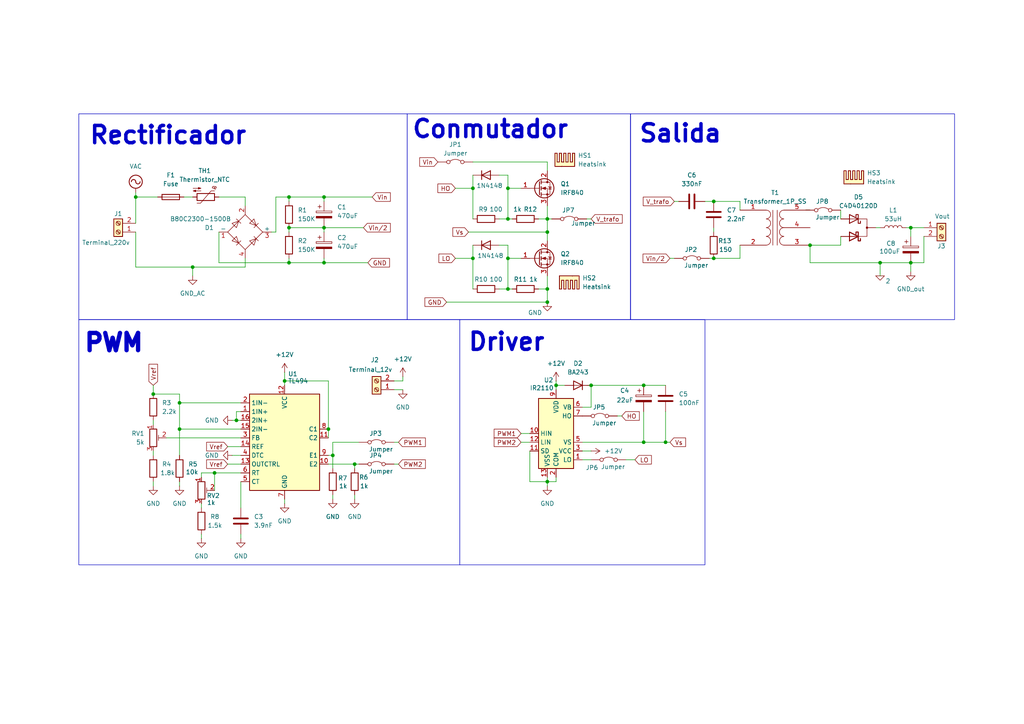
<source format=kicad_sch>
(kicad_sch (version 20231120) (generator "eeschema") (generator_version "8.0")
  (paper "A4")
  (title_block (title "Fuente Conmutada"))
  (lib_symbols
    (symbol "Connector:Screw_Terminal_01x02" (pin_names (offset 1.016) hide)
      (property "Reference" "J" (at 0 2.54 0))
      (property "Value" "Screw_Terminal_01x02" (at 0 -5.08 0))
      (symbol "Screw_Terminal_01x02_1_1"
        (pin passive line (at -5.08 0 0) (length 3.81) (name "Pin_1") (number "1"))
        (pin passive line (at -5.08 -2.54 0) (length 3.81) (name "Pin_2") (number "2"))
      )
    )
    (symbol "Device:C" (pin_numbers hide) (pin_names (offset 0.254))
      (property "Reference" "C" (at 0.635 2.54 0))
      (property "Value" "C" (at 0.635 -2.54 0))
      (symbol "C_1_1"
        (pin passive line (at 0 3.81 270) (length 2.794) (name "~") (number "1"))
        (pin passive line (at 0 -3.81 90) (length 2.794) (name "~") (number "2"))
      )
    )
    (symbol "Device:C_Polarized" (pin_numbers hide) (pin_names (offset 0.254))
      (property "Reference" "C" (at 0.635 2.54 0))
      (property "Value" "C_Polarized" (at 0.635 -2.54 0))
      (symbol "C_Polarized_1_1"
        (pin passive line (at 0 3.81 270) (length 2.794) (name "~") (number "1"))
        (pin passive line (at 0 -3.81 90) (length 2.794) (name "~") (number "2"))
      )
    )
    (symbol "Device:Fuse" (pin_numbers hide) (pin_names (offset 0))
      (property "Reference" "F" (at 2.032 0 90))
      (property "Value" "Fuse" (at -1.905 0 90))
      (symbol "Fuse_1_1"
        (pin passive line (at 0 3.81 270) (length 1.27) (name "~") (number "1"))
        (pin passive line (at 0 -3.81 90) (length 1.27) (name "~") (number "2"))
      )
    )
    (symbol "Device:L" (pin_numbers hide) (pin_names (offset 1.016) hide)
      (property "Reference" "L" (at -1.27 0 90))
      (property "Value" "L" (at 1.905 0 90))
      (symbol "L_1_1"
        (pin passive line (at 0 3.81 270) (length 1.27) (name "1") (number "1"))
        (pin passive line (at 0 -3.81 90) (length 1.27) (name "2") (number "2"))
      )
    )
    (symbol "Device:R" (pin_numbers hide) (pin_names (offset 0))
      (property "Reference" "R" (at 2.032 0 90))
      (property "Value" "R" (at 0 0 90))
      (symbol "R_1_1"
        (pin passive line (at 0 3.81 270) (length 1.27) (name "~") (number "1"))
        (pin passive line (at 0 -3.81 90) (length 1.27) (name "~") (number "2"))
      )
    )
    (symbol "Device:R_Potentiometer_Trim" (pin_names (offset 1.016) hide)
      (property "Reference" "RV" (at -4.445 0 90))
      (property "Value" "R_Potentiometer_Trim" (at -2.54 0 90))
      (symbol "R_Potentiometer_Trim_1_1"
        (pin passive line (at 0 3.81 270) (length 1.27) (name "1") (number "1"))
        (pin passive line (at 3.81 0 180) (length 1.27) (name "2") (number "2"))
        (pin passive line (at 0 -3.81 90) (length 1.27) (name "3") (number "3"))
      )
    )
    (symbol "Device:Thermistor_NTC" (pin_numbers hide) (pin_names (offset 0))
      (property "Reference" "TH" (at -4.445 0 90))
      (property "Value" "Thermistor_NTC" (at 3.175 0 90))
      (symbol "Thermistor_NTC_1_1"
        (pin passive line (at 0 3.81 270) (length 1.27) (name "~") (number "1"))
        (pin passive line (at 0 -3.81 90) (length 1.27) (name "~") (number "2"))
      )
    )
    (symbol "Device:Transformer_1P_SS" (pin_names (offset 1.016) hide)
      (property "Reference" "T" (at 0 6.35 0))
      (property "Value" "Transformer_1P_SS" (at 0 -7.62 0))
      (symbol "Transformer_1P_SS_1_1"
        (pin passive line (at -10.16 5.08 0) (length 7.62) (name "AA") (number "1"))
        (pin passive line (at -10.16 -5.08 0) (length 7.62) (name "AB") (number "2"))
        (pin passive line (at 10.16 -5.08 180) (length 7.62) (name "SA") (number "3"))
        (pin passive line (at 10.16 0 180) (length 7.62) (name "SC") (number "4"))
        (pin passive line (at 10.16 5.08 180) (length 7.62) (name "SB") (number "5"))
      )
    )
    (symbol "Diode:1N4148" (pin_numbers hide) (pin_names hide)
      (property "Reference" "D" (at 0 2.54 0))
      (property "Value" "1N4148" (at 0 -2.54 0))
      (symbol "1N4148_1_1"
        (pin passive line (at -3.81 0 0) (length 2.54) (name "K") (number "1"))
        (pin passive line (at 3.81 0 180) (length 2.54) (name "A") (number "2"))
      )
    )
    (symbol "Diode:BA243" (pin_numbers hide) (pin_names hide)
      (property "Reference" "D" (at 0 2.54 0))
      (property "Value" "BA243" (at 0 -2.54 0))
      (symbol "BA243_1_1"
        (pin passive line (at -3.81 0 0) (length 2.54) (name "K") (number "1"))
        (pin passive line (at 3.81 0 180) (length 2.54) (name "A") (number "2"))
      )
    )
    (symbol "Diode:C4D40120D" (pin_numbers hide) (pin_names (offset 1.016) hide)
      (property "Reference" "D" (at 0 5.08 0))
      (property "Value" "C4D40120D" (at 0 -5.08 0))
      (symbol "C4D40120D_1_1"
        (pin passive line (at -5.08 2.54 0) (length 2.54) (name "A1") (number "1"))
        (pin passive line (at 5.08 0 180) (length 2.54) (name "K") (number "2"))
        (pin passive line (at -5.08 -2.54 0) (length 2.54) (name "A2") (number "3"))
      )
    )
    (symbol "Diode_Bridge:B80C2300-1500B" (pin_names (offset 0))
      (property "Reference" "D" (at 2.54 6.985 0))
      (property "Value" "B80C2300-1500B" (at 2.54 5.08 0))
      (symbol "B80C2300-1500B_1_1"
        (pin passive line (at -7.62 0 0) (length 2.54) (name "-") (number "1"))
        (pin passive line (at 0 7.62 270) (length 2.54) (name "~") (number "2"))
        (pin passive line (at 7.62 0 180) (length 2.54) (name "+") (number "3"))
        (pin passive line (at 0 -7.62 90) (length 2.54) (name "~") (number "4"))
      )
    )
    (symbol "Driver_FET:IR2110"
      (property "Reference" "U" (at 1.27 13.335 0))
      (property "Value" "IR2110" (at 1.27 11.43 0))
      (symbol "IR2110_1_1"
        (pin output line (at 7.62 -7.62 180) (length 2.54) (name "LO") (number "1"))
        (pin input line (at -7.62 0 0) (length 2.54) (name "HIN") (number "10"))
        (pin input line (at -7.62 -5.08 0) (length 2.54) (name "SD") (number "11"))
        (pin input line (at -7.62 -2.54 0) (length 2.54) (name "LIN") (number "12"))
        (pin power_in line (at -2.54 -12.7 90) (length 2.54) (name "VSS") (number "13"))
        (pin no_connect line (at -5.08 2.54 0) (length 2.54) hide (name "NC") (number "14"))
        (pin power_in line (at 0 -12.7 90) (length 2.54) (name "COM") (number "2"))
        (pin power_in line (at 7.62 -5.08 180) (length 2.54) (name "VCC") (number "3"))
        (pin no_connect line (at -5.08 7.62 0) (length 2.54) hide (name "NC") (number "4"))
        (pin passive line (at 7.62 -2.54 180) (length 2.54) (name "VS") (number "5"))
        (pin passive line (at 7.62 7.62 180) (length 2.54) (name "VB") (number "6"))
        (pin output line (at 7.62 5.08 180) (length 2.54) (name "HO") (number "7"))
        (pin no_connect line (at -5.08 5.08 0) (length 2.54) hide (name "NC") (number "8"))
        (pin power_in line (at 0 12.7 270) (length 2.54) (name "VDD") (number "9"))
      )
    )
    (symbol "Jumper:Jumper_2_Bridged" (pin_numbers hide) (pin_names (offset 0) hide) (exclude_from_sim yes)
      (property "Reference" "JP" (at 0 1.905 0))
      (property "Value" "Jumper_2_Bridged" (at 0 -2.54 0))
      (symbol "Jumper_2_Bridged_1_1"
        (pin passive line (at -5.08 0 0) (length 2.54) (name "A") (number "1"))
        (pin passive line (at 5.08 0 180) (length 2.54) (name "B") (number "2"))
      )
    )
    (symbol "Mechanical:Heatsink" (pin_names (offset 1.016)) (exclude_from_sim yes)
      (property "Reference" "HS" (at 0 5.08 0))
      (property "Value" "Heatsink" (at 0 -1.27 0))
    )
    (symbol "Regulator_Controller:TL494"
      (property "Reference" "U" (at 3.81 19.05 0))
      (property "Value" "TL494" (at 3.81 16.51 0))
      (symbol "TL494_1_1"
        (pin input line (at -12.7 10.16 0) (length 2.54) (name "1IN+") (number "1"))
        (pin passive line (at 12.7 -5.08 180) (length 2.54) (name "E2") (number "10"))
        (pin passive line (at 12.7 2.54 180) (length 2.54) (name "C2") (number "11"))
        (pin power_in line (at 0 17.78 270) (length 2.54) (name "VCC") (number "12"))
        (pin input line (at -12.7 -5.08 0) (length 2.54) (name "OUTCTRL") (number "13"))
        (pin power_out line (at -12.7 0 0) (length 2.54) (name "REF") (number "14"))
        (pin input line (at -12.7 5.08 0) (length 2.54) (name "2IN-") (number "15"))
        (pin input line (at -12.7 7.62 0) (length 2.54) (name "2IN+") (number "16"))
        (pin input line (at -12.7 12.7 0) (length 2.54) (name "1IN-") (number "2"))
        (pin output line (at -12.7 2.54 0) (length 2.54) (name "FB") (number "3"))
        (pin input line (at -12.7 -2.54 0) (length 2.54) (name "DTC") (number "4"))
        (pin passive line (at -12.7 -10.16 0) (length 2.54) (name "CT") (number "5"))
        (pin passive line (at -12.7 -7.62 0) (length 2.54) (name "RT") (number "6"))
        (pin power_in line (at 0 -15.24 90) (length 2.54) (name "GND") (number "7"))
        (pin passive line (at 12.7 5.08 180) (length 2.54) (name "C1") (number "8"))
        (pin passive line (at 12.7 -2.54 180) (length 2.54) (name "E1") (number "9"))
      )
    )
    (symbol "Simulation_SPICE:0" (power) (pin_numbers hide) (pin_names (offset 0) hide)
      (property "Value" "0" (at 0 -2.54 0))
      (symbol "0_1_1"
        (pin power_in line (at 0 0 0) (length 0) (name "~") (number "1"))
      )
    )
    (symbol "Transistor_FET:IRF540N" (pin_names hide)
      (property "Reference" "Q" (at 5.08 1.905 0))
      (property "Value" "IRF540N" (at 5.08 0 0))
      (symbol "IRF540N_1_1"
        (pin input line (at -5.08 0 0) (length 2.54) (name "G") (number "1"))
        (pin passive line (at 2.54 5.08 270) (length 2.54) (name "D") (number "2"))
        (pin passive line (at 2.54 -5.08 90) (length 2.54) (name "S") (number "3"))
      )
    )
    (symbol "power:+12V" (power) (pin_numbers hide) (pin_names (offset 0) hide)
      (property "Value" "+12V" (at 0 3.556 0))
      (symbol "+12V_1_1"
        (pin power_in line (at 0 0 90) (length 0) (name "~") (number "1"))
      )
    )
    (symbol "power:GND" (power) (pin_numbers hide) (pin_names (offset 0) hide)
      (property "Value" "GND" (at 0 -3.81 0))
      (symbol "GND_1_1"
        (pin power_in line (at 0 0 270) (length 0) (name "~") (number "1"))
      )
    )
    (symbol "power:VAC" (power) (pin_numbers hide) (pin_names (offset 0) hide)
      (property "Value" "VAC" (at 0 6.35 0))
      (symbol "VAC_1_1"
        (pin power_in line (at 0 0 90) (length 0) (name "~") (number "1"))
      )
    )
  )
  (junction (at 186.69 128.27))
  (junction (at 137.16 54.61))
  (junction (at 102.87 134.62))
  (junction (at 96.52 132.08))
  (junction (at 82.55 110.49))
  (junction (at 158.75 87.63))
  (junction (at 147.32 83.82))
  (junction (at 93.98 76.2))
  (junction (at 93.98 66.04))
  (junction (at 264.16 76.2))
  (junction (at 171.45 111.76))
  (junction (at 137.16 74.93))
  (junction (at 158.75 67.31))
  (junction (at 255.27 76.2))
  (junction (at 55.88 77.47))
  (junction (at 158.75 83.82))
  (junction (at 186.69 111.76))
  (junction (at 68.58 121.92))
  (junction (at 83.82 57.15))
  (junction (at 147.32 63.5))
  (junction (at 39.37 57.15))
  (junction (at 158.75 63.5))
  (junction (at 44.45 114.3))
  (junction (at 83.82 66.04))
  (junction (at 234.95 71.12))
  (junction (at 158.75 139.7))
  (junction (at 161.29 111.76))
  (junction (at 147.32 74.93))
  (junction (at 207.01 74.93))
  (junction (at 93.98 57.15))
  (junction (at 52.07 124.46))
  (junction (at 147.32 54.61))
  (junction (at 52.07 116.84))
  (junction (at 83.82 76.2))
  (junction (at 193.04 128.27))
  (junction (at 95.25 124.46))
  (junction (at 207.01 58.42))
  (junction (at 62.23 137.16))
  (junction (at 264.16 66.04))
  (wire (pts (xy 68.58 121.92) (xy 69.85 121.92)))
  (wire (pts (xy 71.12 57.15) (xy 71.12 59.69)))
  (wire (pts (xy 205.74 74.93) (xy 207.01 74.93)))
  (wire (pts (xy 144.78 50.8) (xy 147.32 50.8)))
  (wire (pts (xy 44.45 130.81) (xy 44.45 132.08)))
  (wire (pts (xy 161.29 111.76) (xy 161.29 113.03)))
  (wire (pts (xy 171.45 118.11) (xy 168.91 118.11)))
  (wire (pts (xy 83.82 57.15) (xy 83.82 58.42)))
  (wire (pts (xy 137.16 74.93) (xy 137.16 83.82)))
  (wire (pts (xy 52.07 124.46) (xy 69.85 124.46)))
  (wire (pts (xy 39.37 77.47) (xy 55.88 77.47)))
  (wire (pts (xy 147.32 83.82) (xy 148.59 83.82)))
  (wire (pts (xy 147.32 74.93) (xy 151.13 74.93)))
  (wire (pts (xy 234.95 60.96) (xy 233.68 60.96)))
  (wire (pts (xy 83.82 74.93) (xy 83.82 76.2)))
  (wire (pts (xy 58.42 154.94) (xy 58.42 156.21)))
  (wire (pts (xy 243.84 71.12) (xy 243.84 68.58)))
  (wire (pts (xy 93.98 76.2) (xy 106.68 76.2)))
  (wire (pts (xy 39.37 55.88) (xy 39.37 57.15)))
  (wire (pts (xy 95.25 134.62) (xy 102.87 134.62)))
  (wire (pts (xy 69.85 154.94) (xy 69.85 156.21)))
  (wire (pts (xy 144.78 71.12) (xy 147.32 71.12)))
  (wire (pts (xy 95.25 124.46) (xy 95.25 127)))
  (wire (pts (xy 69.85 116.84) (xy 52.07 116.84)))
  (wire (pts (xy 158.75 83.82) (xy 158.75 80.01)))
  (wire (pts (xy 55.88 77.47) (xy 71.12 77.47)))
  (wire (pts (xy 147.32 63.5) (xy 148.59 63.5)))
  (wire (pts (xy 158.75 67.31) (xy 158.75 69.85)))
  (wire (pts (xy 161.29 111.76) (xy 163.83 111.76)))
  (wire (pts (xy 214.63 60.96) (xy 214.63 58.42)))
  (wire (pts (xy 153.67 139.7) (xy 158.75 139.7)))
  (wire (pts (xy 147.32 74.93) (xy 147.32 83.82)))
  (wire (pts (xy 186.69 119.38) (xy 186.69 128.27)))
  (wire (pts (xy 234.95 71.12) (xy 243.84 71.12)))
  (wire (pts (xy 214.63 58.42) (xy 207.01 58.42)))
  (wire (pts (xy 66.04 134.62) (xy 69.85 134.62)))
  (wire (pts (xy 195.58 58.42) (xy 196.85 58.42)))
  (wire (pts (xy 161.29 110.49) (xy 161.29 111.76)))
  (wire (pts (xy 93.98 66.04) (xy 93.98 67.31)))
  (wire (pts (xy 151.13 125.73) (xy 153.67 125.73)))
  (wire (pts (xy 48.26 127) (xy 69.85 127)))
  (wire (pts (xy 151.13 128.27) (xy 153.67 128.27)))
  (wire (pts (xy 69.85 139.7) (xy 69.85 147.32)))
  (wire (pts (xy 44.45 111.76) (xy 44.45 114.3)))
  (wire (pts (xy 207.01 66.04) (xy 207.01 67.31)))
  (wire (pts (xy 80.01 57.15) (xy 83.82 57.15)))
  (wire (pts (xy 171.45 111.76) (xy 186.69 111.76)))
  (wire (pts (xy 82.55 110.49) (xy 95.25 110.49)))
  (wire (pts (xy 71.12 77.47) (xy 71.12 74.93)))
  (wire (pts (xy 96.52 143.51) (xy 96.52 144.78)))
  (wire (pts (xy 147.32 71.12) (xy 147.32 74.93)))
  (wire (pts (xy 193.04 128.27) (xy 194.31 128.27)))
  (wire (pts (xy 95.25 110.49) (xy 95.25 124.46)))
  (wire (pts (xy 193.04 128.27) (xy 193.04 119.38)))
  (wire (pts (xy 62.23 137.16) (xy 69.85 137.16)))
  (wire (pts (xy 39.37 77.47) (xy 39.37 67.31)))
  (wire (pts (xy 102.87 143.51) (xy 102.87 144.78)))
  (wire (pts (xy 39.37 57.15) (xy 39.37 64.77)))
  (wire (pts (xy 156.21 63.5) (xy 158.75 63.5)))
  (wire (pts (xy 147.32 54.61) (xy 147.32 63.5)))
  (wire (pts (xy 39.37 57.15) (xy 45.72 57.15)))
  (wire (pts (xy 93.98 76.2) (xy 93.98 74.93)))
  (wire (pts (xy 63.5 76.2) (xy 83.82 76.2)))
  (wire (pts (xy 82.55 144.78) (xy 82.55 146.05)))
  (wire (pts (xy 129.54 87.63) (xy 158.75 87.63)))
  (wire (pts (xy 158.75 138.43) (xy 158.75 139.7)))
  (wire (pts (xy 156.21 83.82) (xy 158.75 83.82)))
  (wire (pts (xy 267.97 68.58) (xy 267.97 76.2)))
  (wire (pts (xy 158.75 139.7) (xy 161.29 139.7)))
  (wire (pts (xy 68.58 119.38) (xy 68.58 121.92)))
  (wire (pts (xy 93.98 57.15) (xy 93.98 58.42)))
  (wire (pts (xy 137.16 54.61) (xy 137.16 63.5)))
  (wire (pts (xy 63.5 67.31) (xy 63.5 76.2)))
  (wire (pts (xy 147.32 63.5) (xy 144.78 63.5)))
  (wire (pts (xy 114.3 134.62) (xy 115.57 134.62)))
  (wire (pts (xy 62.23 137.16) (xy 58.42 137.16)))
  (wire (pts (xy 264.16 66.04) (xy 267.97 66.04)))
  (wire (pts (xy 158.75 83.82) (xy 158.75 87.63)))
  (wire (pts (xy 102.87 134.62) (xy 102.87 135.89)))
  (wire (pts (xy 96.52 132.08) (xy 96.52 135.89)))
  (wire (pts (xy 132.08 54.61) (xy 137.16 54.61)))
  (wire (pts (xy 52.07 114.3) (xy 52.07 116.84)))
  (wire (pts (xy 58.42 137.16) (xy 58.42 138.43)))
  (wire (pts (xy 69.85 119.38) (xy 68.58 119.38)))
  (wire (pts (xy 170.18 63.5) (xy 171.45 63.5)))
  (wire (pts (xy 63.5 57.15) (xy 71.12 57.15)))
  (wire (pts (xy 264.16 76.2) (xy 264.16 78.74)))
  (wire (pts (xy 80.01 67.31) (xy 80.01 57.15)))
  (wire (pts (xy 158.75 63.5) (xy 158.75 67.31)))
  (wire (pts (xy 158.75 139.7) (xy 158.75 140.97)))
  (wire (pts (xy 44.45 139.7) (xy 44.45 140.97)))
  (wire (pts (xy 153.67 130.81) (xy 153.67 139.7)))
  (wire (pts (xy 195.58 74.93) (xy 194.31 74.93)))
  (wire (pts (xy 114.3 110.49) (xy 116.84 110.49)))
  (wire (pts (xy 83.82 57.15) (xy 93.98 57.15)))
  (wire (pts (xy 234.95 71.12) (xy 234.95 76.2)))
  (wire (pts (xy 181.61 133.35) (xy 184.15 133.35)))
  (wire (pts (xy 255.27 76.2) (xy 264.16 76.2)))
  (wire (pts (xy 264.16 66.04) (xy 262.89 66.04)))
  (wire (pts (xy 180.34 120.65) (xy 179.07 120.65)))
  (wire (pts (xy 186.69 128.27) (xy 193.04 128.27)))
  (wire (pts (xy 83.82 66.04) (xy 83.82 67.31)))
  (wire (pts (xy 255.27 66.04) (xy 254 66.04)))
  (wire (pts (xy 44.45 114.3) (xy 52.07 114.3)))
  (wire (pts (xy 147.32 50.8) (xy 147.32 54.61)))
  (wire (pts (xy 243.84 60.96) (xy 243.84 63.5)))
  (wire (pts (xy 55.88 77.47) (xy 55.88 80.01)))
  (wire (pts (xy 83.82 76.2) (xy 93.98 76.2)))
  (wire (pts (xy 161.29 139.7) (xy 161.29 138.43)))
  (wire (pts (xy 186.69 111.76) (xy 193.04 111.76)))
  (wire (pts (xy 158.75 63.5) (xy 160.02 63.5)))
  (wire (pts (xy 93.98 66.04) (xy 83.82 66.04)))
  (wire (pts (xy 264.16 66.04) (xy 264.16 68.58)))
  (wire (pts (xy 168.91 128.27) (xy 186.69 128.27)))
  (wire (pts (xy 67.31 121.92) (xy 68.58 121.92)))
  (wire (pts (xy 96.52 128.27) (xy 104.14 128.27)))
  (wire (pts (xy 147.32 54.61) (xy 151.13 54.61)))
  (wire (pts (xy 137.16 71.12) (xy 137.16 74.93)))
  (wire (pts (xy 158.75 59.69) (xy 158.75 63.5)))
  (wire (pts (xy 107.95 57.15) (xy 93.98 57.15)))
  (wire (pts (xy 255.27 76.2) (xy 255.27 80.01)))
  (wire (pts (xy 171.45 111.76) (xy 171.45 118.11)))
  (wire (pts (xy 95.25 132.08) (xy 96.52 132.08)))
  (wire (pts (xy 82.55 107.95) (xy 82.55 110.49)))
  (wire (pts (xy 114.3 128.27) (xy 115.57 128.27)))
  (wire (pts (xy 147.32 83.82) (xy 144.78 83.82)))
  (wire (pts (xy 96.52 132.08) (xy 96.52 128.27)))
  (wire (pts (xy 116.84 110.49) (xy 116.84 109.22)))
  (wire (pts (xy 52.07 124.46) (xy 52.07 132.08)))
  (wire (pts (xy 44.45 121.92) (xy 44.45 123.19)))
  (wire (pts (xy 132.08 74.93) (xy 137.16 74.93)))
  (wire (pts (xy 67.31 132.08) (xy 69.85 132.08)))
  (wire (pts (xy 234.95 76.2) (xy 255.27 76.2)))
  (wire (pts (xy 62.23 142.24) (xy 62.23 137.16)))
  (wire (pts (xy 267.97 76.2) (xy 264.16 76.2)))
  (wire (pts (xy 137.16 46.99) (xy 158.75 46.99)))
  (wire (pts (xy 82.55 110.49) (xy 82.55 111.76)))
  (wire (pts (xy 170.18 111.76) (xy 171.45 111.76)))
  (wire (pts (xy 58.42 146.05) (xy 58.42 147.32)))
  (wire (pts (xy 214.63 74.93) (xy 207.01 74.93)))
  (wire (pts (xy 158.75 49.53) (xy 158.75 46.99)))
  (wire (pts (xy 52.07 139.7) (xy 52.07 140.97)))
  (wire (pts (xy 93.98 66.04) (xy 105.41 66.04)))
  (wire (pts (xy 52.07 116.84) (xy 52.07 124.46)))
  (wire (pts (xy 168.91 133.35) (xy 171.45 133.35)))
  (wire (pts (xy 207.01 58.42) (xy 204.47 58.42)))
  (wire (pts (xy 114.3 113.03) (xy 116.84 113.03)))
  (wire (pts (xy 53.34 57.15) (xy 55.88 57.15)))
  (wire (pts (xy 66.04 129.54) (xy 69.85 129.54)))
  (wire (pts (xy 214.63 71.12) (xy 214.63 74.93)))
  (wire (pts (xy 102.87 134.62) (xy 104.14 134.62)))
  (wire (pts (xy 135.89 67.31) (xy 158.75 67.31)))
  (wire (pts (xy 168.91 130.81) (xy 171.45 130.81)))
  (wire (pts (xy 137.16 50.8) (xy 137.16 54.61)))
  (wire (pts (xy 78.74 67.31) (xy 80.01 67.31)))
  (rectangle (start 133.35 92.71) (end 204.47 163.83))
  (rectangle (start 118.11 33.02) (end 182.88 92.71))
  (rectangle (start 22.86 92.71) (end 133.35 163.83))
  (rectangle (start 22.86 33.02) (end 118.11 92.71))
  (rectangle (start 182.88 33.02) (end 276.86 92.71))
  (text "Salida" (at 197.358 38.862 0) (effects (font (size 5 5) (bold yes))))
  (text "Rectificador" (at 48.768 39.37 0) (effects (font (size 5 5) (bold yes))))
  (text "Driver " (at 148.844 99.314 0) (effects (font (size 5 5) (thickness 1) (bold yes))))
  (text "Conmutador" (at 142.24 37.592 0) (effects (font (size 5 5) (bold yes))))
  (text "PWM\n" (at 33.02 99.568 0) (effects (font (size 5 5) (thickness 1.6) (bold yes))))
  (global_label "PWM2" (shape input) (at 115.57 134.62 0) (property "Intersheetrefs" "${INTERSHEET_REFS}" (effects (hide yes))))
  (global_label "V_trafo" (shape input) (at 171.45 63.5 0) (property "Intersheetrefs" "${INTERSHEET_REFS}" (effects (hide yes))))
  (global_label "PWM1" (shape input) (at 151.13 125.73 180) (property "Intersheetrefs" "${INTERSHEET_REFS}" (effects (hide yes))))
  (global_label "HO" (shape input) (at 132.08 54.61 180) (property "Intersheetrefs" "${INTERSHEET_REFS}" (effects (hide yes))))
  (global_label "HO" (shape input) (at 180.34 120.65 0) (property "Intersheetrefs" "${INTERSHEET_REFS}" (effects (hide yes))))
  (global_label "Vref" (shape input) (at 66.04 129.54 180) (property "Intersheetrefs" "${INTERSHEET_REFS}" (effects (hide yes))))
  (global_label "LO" (shape input) (at 184.15 133.35 0) (property "Intersheetrefs" "${INTERSHEET_REFS}" (effects (hide yes))))
  (global_label "Vref" (shape input) (at 66.04 134.62 180) (property "Intersheetrefs" "${INTERSHEET_REFS}" (effects (hide yes))))
  (global_label "LO" (shape input) (at 132.08 74.93 180) (property "Intersheetrefs" "${INTERSHEET_REFS}" (effects (hide yes))))
  (global_label "Vs" (shape input) (at 135.89 67.31 180) (property "Intersheetrefs" "${INTERSHEET_REFS}" (effects (hide yes))))
  (global_label "PWM1" (shape input) (at 115.57 128.27 0) (property "Intersheetrefs" "${INTERSHEET_REFS}" (effects (hide yes))))
  (global_label "Vin{slash}2" (shape input) (at 194.31 74.93 180) (property "Intersheetrefs" "${INTERSHEET_REFS}" (effects (hide yes))))
  (global_label "V_trafo" (shape input) (at 195.58 58.42 180) (property "Intersheetrefs" "${INTERSHEET_REFS}" (effects (hide yes))))
  (global_label "Vin" (shape input) (at 107.95 57.15 0) (property "Intersheetrefs" "${INTERSHEET_REFS}" (effects (hide yes))))
  (global_label "Vref" (shape input) (at 44.45 111.76 90) (property "Intersheetrefs" "${INTERSHEET_REFS}" (effects (hide yes))))
  (global_label "PWM2" (shape input) (at 151.13 128.27 180) (property "Intersheetrefs" "${INTERSHEET_REFS}" (effects (hide yes))))
  (global_label "Vin" (shape input) (at 127 46.99 180) (property "Intersheetrefs" "${INTERSHEET_REFS}" (effects (hide yes))))
  (global_label "Vin{slash}2" (shape input) (at 105.41 66.04 0) (property "Intersheetrefs" "${INTERSHEET_REFS}" (effects (hide yes))))
  (global_label "GND" (shape input) (at 106.68 76.2 0) (property "Intersheetrefs" "${INTERSHEET_REFS}" (effects (hide yes))))
  (global_label "GND" (shape input) (at 129.54 87.63 180) (property "Intersheetrefs" "${INTERSHEET_REFS}" (effects (hide yes))))
  (global_label "Vs" (shape input) (at 194.31 128.27 0) (property "Intersheetrefs" "${INTERSHEET_REFS}" (effects (hide yes))))
  (symbol (lib_id "Device:R_Potentiometer_Trim") (at 44.45 127 0) (unit 1)
    (property "Reference" "RV1" (at 41.91 125.7299 0) (effects (justify right)))
    (property "Value" "5k" (at 41.91 128.2699 0) (effects (justify right)))
    (property "Footprint" "Potentiometer_THT:Potentiometer_ACP_CA9-H2,5_Horizontal" (effects (hide yes)))
    (property "Description" "Trim-potentiometer" (effects (hide yes)))
  )
  (symbol (lib_id "Mechanical:Heatsink") (at 165.1 80.01 180) (unit 1) (exclude_from_sim yes)
    (property "Reference" "HS2" (at 168.91 80.6449 0) (effects (justify right)))
    (property "Value" "Heatsink" (at 168.91 83.1849 0) (effects (justify right)))
    (property "Footprint" "Heatsink:Heatsink_Stonecold_HS-S02_13.21x9.53mm" (effects (hide yes)))
    (property "Description" "Heatsink" (effects (hide yes)))
  )
  (symbol (lib_id "Device:R") (at 102.87 139.7 0) (unit 1)
    (property "Reference" "R6" (at 104.14 138.4299 0) (effects (justify left)))
    (property "Value" "1k" (at 104.394 140.97 0) (effects (justify left)))
    (property "Footprint" "Resistor_THT:R_Axial_DIN0207_L6.3mm_D2.5mm_P10.16mm_Horizontal" (effects (hide yes)))
    (property "Description" "Resistor" (effects (hide yes)))
  )
  (symbol (lib_id "Device:Thermistor_NTC") (at 59.69 57.15 270) (unit 1)
    (property "Reference" "TH1" (at 59.3725 49.53 90))
    (property "Value" "Thermistor_NTC" (at 59.3725 52.07 90))
    (property "Footprint" "Resistor_THT:R_Axial_DIN0207_L6.3mm_D2.5mm_P7.62mm_Horizontal" (effects (hide yes)))
    (property "Description" "Temperature dependent resistor, negative temperature coefficient" (effects (hide yes)))
  )
  (symbol (lib_id "Mechanical:Heatsink") (at 247.65 53.34 0) (unit 1) (exclude_from_sim yes)
    (property "Reference" "HS3" (at 251.46 50.1649 0) (effects (justify left)))
    (property "Value" "Heatsink" (at 251.46 52.7049 0) (effects (justify left)))
    (property "Footprint" "Heatsink:Heatsink_Stonecold_HS-S02_13.21x9.53mm" (effects (hide yes)))
    (property "Description" "Heatsink" (effects (hide yes)))
  )
  (symbol (lib_id "Transistor_FET:IRF540N") (at 156.21 74.93 0) (unit 1) (exclude_from_sim yes)
    (property "Reference" "Q2" (at 162.56 73.6599 0) (effects (justify left)))
    (property "Value" "IRF840" (at 162.56 76.1999 0) (effects (justify left)))
    (property "Footprint" "Package_TO_SOT_THT:TO-220-3_Vertical" (effects (hide yes)))
    (property "Datasheet" "http://www.irf.com/product-info/datasheets/data/irf540n.pdf" (effects (hide yes)))
    (property "Description" "33A Id, 100V Vds, HEXFET N-Channel MOSFET, TO-220" (effects (hide yes)))
  )
  (symbol (lib_id "Diode:1N4148") (at 140.97 71.12 0) (unit 1)
    (property "Reference" "D4" (effects (hide yes)))
    (property "Value" "1N4148" (at 142.24 74.168 0))
    (property "Footprint" "Diode_THT:D_DO-35_SOD27_P7.62mm_Horizontal" (effects (hide yes)))
    (property "Datasheet" "https://assets.nexperia.com/documents/data-sheet/1N4148_1N4448.pdf" (effects (hide yes)))
    (property "Description" "100V 0.15A standard switching diode, DO-35" (effects (hide yes)))
    (property "Sim.Device" "D" (effects (hide yes)))
    (property "Sim.Pins" "1=K 2=A" (effects (hide yes)))
  )
  (symbol (lib_id "Device:C") (at 207.01 62.23 0) (unit 1)
    (property "Reference" "C7" (at 210.82 60.9599 0) (effects (justify left)))
    (property "Value" "2.2nF" (at 210.82 63.4999 0) (effects (justify left)))
    (property "Footprint" "Capacitor_THT:C_Disc_D5.0mm_W2.5mm_P5.00mm" (effects (hide yes)))
    (property "Description" "Unpolarized capacitor" (effects (hide yes)))
  )
  (symbol (lib_id "power:GND") (at 69.85 156.21 0) (unit 1)
    (property "Reference" "#PWR012" (effects (hide yes)))
    (property "Value" "GND" (at 69.85 161.29 0))
    (property "Description" "Power symbol creates a global label with name \"GND\" , ground" (effects (hide yes)))
  )
  (symbol (lib_id "Jumper:Jumper_2_Bridged") (at 200.66 74.93 0) (unit 1)
    (property "Reference" "JP2" (at 200.406 72.39 0))
    (property "Value" "Jumper" (at 201.93 76.962 0))
    (property "Footprint" "Connector_PinHeader_2.54mm:PinHeader_1x02_P2.54mm_Vertical" (effects (hide yes)))
    (property "Description" "Jumper, 2-pole, closed/bridged" (effects (hide yes)))
  )
  (symbol (lib_id "Device:C_Polarized") (at 264.16 72.39 0) (unit 1)
    (property "Reference" "C8" (at 257.048 70.612 0) (effects (justify left)))
    (property "Value" "100uF" (at 255.016 72.898 0) (effects (justify left)))
    (property "Footprint" "Capacitor_THT:CP_Radial_D10.0mm_P5.00mm" (effects (hide yes)))
    (property "Description" "Polarized capacitor" (effects (hide yes)))
  )
  (symbol (lib_id "Device:R") (at 140.97 83.82 90) (unit 1)
    (property "Reference" "R10" (at 141.478 81.026 90) (effects (justify left)))
    (property "Value" "100" (at 145.796 81.026 90) (effects (justify left)))
    (property "Footprint" "Resistor_THT:R_Axial_DIN0207_L6.3mm_D2.5mm_P10.16mm_Horizontal" (effects (hide yes)))
    (property "Description" "Resistor" (effects (hide yes)))
  )
  (symbol (lib_id "Device:R") (at 44.45 135.89 0) (unit 1)
    (property "Reference" "R4" (at 46.99 134.6199 0) (effects (justify left)))
    (property "Value" "1.8k" (at 46.482 137.16 0) (effects (justify left)))
    (property "Footprint" "Resistor_THT:R_Axial_DIN0207_L6.3mm_D2.5mm_P10.16mm_Horizontal" (effects (hide yes)))
    (property "Description" "Resistor" (effects (hide yes)))
  )
  (symbol (lib_id "power:GND") (at 96.52 144.78 0) (unit 1)
    (property "Reference" "#PWR010" (effects (hide yes)))
    (property "Value" "GND" (at 96.52 149.86 0))
    (property "Description" "Power symbol creates a global label with name \"GND\" , ground" (effects (hide yes)))
  )
  (symbol (lib_id "Device:R") (at 207.01 71.12 0) (unit 1)
    (property "Reference" "R13" (at 208.28 69.8499 0) (effects (justify left)))
    (property "Value" "150" (at 208.534 72.39 0) (effects (justify left)))
    (property "Footprint" "Resistor_THT:R_Axial_DIN0207_L6.3mm_D2.5mm_P10.16mm_Horizontal" (effects (hide yes)))
    (property "Description" "Resistor" (effects (hide yes)))
  )
  (symbol (lib_id "Regulator_Controller:TL494") (at 82.55 129.54 0) (unit 1)
    (property "Reference" "U1" (at 83.566 108.458 0) (effects (justify left)))
    (property "Value" "TL494" (at 83.566 110.49 0) (effects (justify left)))
    (property "Footprint" "Package_DIP:DIP-16_W7.62mm" (effects (hide yes)))
    (property "Datasheet" "http://www.ti.com/lit/ds/symlink/tl494.pdf" (effects (hide yes)))
    (property "Description" "Pulse-Width-Modulation Control Circuits, PDIP-16/SOIC-16/TSSOP-16" (effects (hide yes)))
  )
  (symbol (lib_id "power:GND") (at 52.07 140.97 0) (unit 1)
    (property "Reference" "#PWR06" (effects (hide yes)))
    (property "Value" "GND" (at 52.07 146.05 0))
    (property "Description" "Power symbol creates a global label with name \"GND\" , ground" (effects (hide yes)))
  )
  (symbol (lib_id "Connector:Screw_Terminal_01x02") (at 109.22 113.03 180) (unit 1)
    (property "Reference" "J2" (at 108.712 104.394 0))
    (property "Value" "Terminal_12v" (at 107.442 107.188 0))
    (property "Footprint" "TerminalBlock:TerminalBlock_Altech_AK300-2_P5.00mm" (effects (hide yes)))
    (property "Description" "Generic screw terminal, single row, 01x02, script generated (kicad-library-utils/schlib/autogen/connector/)" (effects (hide yes)))
  )
  (symbol (lib_id "power:+12V") (at 82.55 107.95 0) (unit 1)
    (property "Reference" "#PWR03" (effects (hide yes)))
    (property "Value" "+12V" (at 82.55 102.87 0))
    (property "Description" "Power symbol creates a global label with name \"+12V\"" (effects (hide yes)))
  )
  (symbol (lib_id "Mechanical:Heatsink") (at 163.83 48.26 0) (unit 1) (exclude_from_sim yes)
    (property "Reference" "HS1" (at 167.64 45.0849 0) (effects (justify left)))
    (property "Value" "Heatsink" (at 167.64 47.6249 0) (effects (justify left)))
    (property "Footprint" "Heatsink:Heatsink_Stonecold_HS-S02_13.21x9.53mm" (effects (hide yes)))
    (property "Description" "Heatsink" (effects (hide yes)))
  )
  (symbol (lib_id "Device:C") (at 69.85 151.13 0) (unit 1)
    (property "Reference" "C3" (at 73.66 149.8599 0) (effects (justify left)))
    (property "Value" "3.9nF" (at 73.66 152.3999 0) (effects (justify left)))
    (property "Footprint" "Capacitor_THT:C_Disc_D5.0mm_W2.5mm_P5.00mm" (effects (hide yes)))
    (property "Description" "Unpolarized capacitor" (effects (hide yes)))
  )
  (symbol (lib_id "Connector:Screw_Terminal_01x02") (at 273.05 66.04 0) (unit 1)
    (property "Reference" "J3" (at 273.05 71.374 0))
    (property "Value" "Vout" (at 273.304 62.738 0))
    (property "Footprint" "TerminalBlock:TerminalBlock_Altech_AK300-2_P5.00mm" (effects (hide yes)))
    (property "Description" "Generic screw terminal, single row, 01x02, script generated (kicad-library-utils/schlib/autogen/connector/)" (effects (hide yes)))
  )
  (symbol (lib_id "Device:C_Polarized") (at 186.69 115.57 0) (unit 1)
    (property "Reference" "C4" (at 179.832 113.284 0) (effects (justify left)))
    (property "Value" "22uF" (at 178.816 116.078 0) (effects (justify left)))
    (property "Footprint" "Capacitor_THT:CP_Radial_D5.0mm_P2.00mm" (effects (hide yes)))
    (property "Description" "Polarized capacitor" (effects (hide yes)))
  )
  (symbol (lib_id "Device:C") (at 193.04 115.57 0) (unit 1)
    (property "Reference" "C5" (at 196.85 114.2999 0) (effects (justify left)))
    (property "Value" "100nF" (at 196.85 116.8399 0) (effects (justify left)))
    (property "Footprint" "Capacitor_THT:C_Disc_D5.0mm_W2.5mm_P5.00mm" (effects (hide yes)))
    (property "Description" "Unpolarized capacitor" (effects (hide yes)))
  )
  (symbol (lib_id "power:GND") (at 55.88 80.01 0) (unit 1)
    (property "Reference" "#PWR018" (effects (hide yes)))
    (property "Value" "GND_AC" (at 55.88 85.09 0))
    (property "Description" "Power symbol creates a global label with name \"GND\" , ground" (effects (hide yes)))
  )
  (symbol (lib_id "Jumper:Jumper_2_Bridged") (at 132.08 46.99 0) (unit 1)
    (property "Reference" "JP1" (at 132.08 41.91 0))
    (property "Value" "Jumper" (at 132.08 44.45 0))
    (property "Footprint" "Connector_PinHeader_2.54mm:PinHeader_1x02_P2.54mm_Vertical" (effects (hide yes)))
    (property "Description" "Jumper, 2-pole, closed/bridged" (effects (hide yes)))
  )
  (symbol (lib_id "Device:Transformer_1P_SS") (at 224.79 66.04 0) (unit 1)
    (property "Reference" "T1" (at 224.8027 55.88 0))
    (property "Value" "Transformer_1P_SS" (at 224.8027 58.42 0))
    (property "Footprint" "TransformerLib:Ferrite_Core_Trans" (effects (hide yes)))
    (property "Description" "Transformer, single primary, split secondary" (effects (hide yes)))
  )
  (symbol (lib_id "power:GND") (at 264.16 78.74 0) (unit 1)
    (property "Reference" "#PWR019" (effects (hide yes)))
    (property "Value" "GND_out" (at 264.16 83.82 0))
    (property "Description" "Power symbol creates a global label with name \"GND\" , ground" (effects (hide yes)))
  )
  (symbol (lib_id "power:+12V") (at 161.29 110.49 0) (unit 1)
    (property "Reference" "#PWR013" (effects (hide yes)))
    (property "Value" "+12V" (at 161.29 105.41 0))
    (property "Description" "Power symbol creates a global label with name \"+12V\"" (effects (hide yes)))
  )
  (symbol (lib_id "Device:R") (at 83.82 62.23 0) (unit 1)
    (property "Reference" "R1" (at 86.36 60.9599 0) (effects (justify left)))
    (property "Value" "150K" (at 86.36 63.4999 0) (effects (justify left)))
    (property "Footprint" "Resistor_THT:R_Axial_DIN0207_L6.3mm_D2.5mm_P10.16mm_Horizontal" (effects (hide yes)))
    (property "Description" "Resistor" (effects (hide yes)))
  )
  (symbol (lib_id "Device:R") (at 96.52 139.7 0) (unit 1)
    (property "Reference" "R7" (at 98.044 138.684 0) (effects (justify left)))
    (property "Value" "1k" (at 98.298 140.97 0) (effects (justify left)))
    (property "Footprint" "Resistor_THT:R_Axial_DIN0207_L6.3mm_D2.5mm_P10.16mm_Horizontal" (effects (hide yes)))
    (property "Description" "Resistor" (effects (hide yes)))
  )
  (symbol (lib_id "Transistor_FET:IRF540N") (at 156.21 54.61 0) (unit 1) (exclude_from_sim yes)
    (property "Reference" "Q1" (at 162.56 53.3399 0) (effects (justify left)))
    (property "Value" "IRF840" (at 162.56 55.8799 0) (effects (justify left)))
    (property "Footprint" "Package_TO_SOT_THT:TO-220-3_Vertical" (effects (hide yes)))
    (property "Datasheet" "http://www.irf.com/product-info/datasheets/data/irf540n.pdf" (effects (hide yes)))
    (property "Description" "33A Id, 100V Vds, HEXFET N-Channel MOSFET, TO-220" (effects (hide yes)))
  )
  (symbol (lib_id "Device:R") (at 83.82 71.12 0) (unit 1)
    (property "Reference" "R2" (at 86.36 69.8499 0) (effects (justify left)))
    (property "Value" "150K" (at 86.36 72.3899 0) (effects (justify left)))
    (property "Footprint" "Resistor_THT:R_Axial_DIN0207_L6.3mm_D2.5mm_P10.16mm_Horizontal" (effects (hide yes)))
    (property "Description" "Resistor" (effects (hide yes)))
  )
  (symbol (lib_id "Driver_FET:IR2110") (at 161.29 125.73 0) (unit 1)
    (property "Reference" "U2" (at 157.734 110.236 0) (effects (justify left)))
    (property "Value" "IR2110" (at 153.67 112.522 0) (effects (justify left)))
    (property "Footprint" "Package_DIP:DIP-14_W7.62mm" (effects (hide yes)))
    (property "Datasheet" "https://www.infineon.com/dgdl/ir2110.pdf?fileId=5546d462533600a4015355c80333167e" (effects (hide yes)))
    (property "Description" "High and Low Side Driver, 500V, 2.0/2.0A, PDIP-14" (effects (hide yes)))
  )
  (symbol (lib_id "power:GND") (at 116.84 113.03 0) (unit 1)
    (property "Reference" "#PWR02" (effects (hide yes)))
    (property "Value" "GND" (at 116.84 118.11 0))
    (property "Description" "Power symbol creates a global label with name \"GND\" , ground" (effects (hide yes)))
  )
  (symbol (lib_id "power:+12V") (at 116.84 109.22 0) (unit 1)
    (property "Reference" "#PWR01" (effects (hide yes)))
    (property "Value" "+12V" (at 116.84 104.14 0))
    (property "Description" "Power symbol creates a global label with name \"+12V\"" (effects (hide yes)))
  )
  (symbol (lib_id "Device:L") (at 259.08 66.04 90) (unit 1)
    (property "Reference" "L1" (at 259.08 60.96 90))
    (property "Value" "53uH" (at 259.08 63.5 90))
    (property "Footprint" "Inductor_THT:L_Toroid_Vertical_L22.4mm_W10.2mm_P7.90mm_Vishay_TJ4" (effects (hide yes)))
    (property "Description" "Inductor" (effects (hide yes)))
  )
  (symbol (lib_id "Jumper:Jumper_2_Bridged") (at 238.76 60.96 0) (unit 1)
    (property "Reference" "JP8" (at 238.506 58.42 0))
    (property "Value" "Jumper" (at 240.03 62.992 0))
    (property "Footprint" "Connector_PinHeader_2.54mm:PinHeader_1x02_P2.54mm_Vertical" (effects (hide yes)))
    (property "Description" "Jumper, 2-pole, closed/bridged" (effects (hide yes)))
  )
  (symbol (lib_id "Diode_Bridge:B80C2300-1500B") (at 71.12 67.31 0) (unit 1)
    (property "Reference" "D1" (at 60.706 66.04 0))
    (property "Value" "B80C2300-1500B" (at 58.166 63.5 0))
    (property "Footprint" "Diode_THT:Diode_Bridge_Vishay_KBPM" (effects (hide yes)))
    (property "Datasheet" "https://diotec.com/tl_files/diotec/files/pdf/datasheets/b40c2300.pdf" (effects (hide yes)))
    (property "Description" "Silicon Bridge Rectifier, 80V Vrms, 1.5A If, pins=-A+A, SIL-package" (effects (hide yes)))
  )
  (symbol (lib_id "Device:Fuse") (at 49.53 57.15 270) (unit 1)
    (property "Reference" "F1" (at 49.53 50.8 90))
    (property "Value" "Fuse" (at 49.53 53.34 90))
    (property "Footprint" "Fuse:Fuseholder_Cylinder-5x20mm_Stelvio-Kontek_PTF78_Horizontal_Open" (effects (hide yes)))
    (property "Description" "Fuse" (effects (hide yes)))
  )
  (symbol (lib_id "power:GND") (at 67.31 132.08 270) (unit 1)
    (property "Reference" "#PWR08" (effects (hide yes)))
    (property "Value" "GND" (at 63.5 132.0799 90) (effects (justify right)))
    (property "Description" "Power symbol creates a global label with name \"GND\" , ground" (effects (hide yes)))
  )
  (symbol (lib_id "Device:R") (at 44.45 118.11 0) (unit 1)
    (property "Reference" "R3" (at 46.99 116.8399 0) (effects (justify left)))
    (property "Value" "2.2k" (at 46.99 119.3799 0) (effects (justify left)))
    (property "Footprint" "Resistor_THT:R_Axial_DIN0207_L6.3mm_D2.5mm_P10.16mm_Horizontal" (effects (hide yes)))
    (property "Description" "Resistor" (effects (hide yes)))
  )
  (symbol (lib_id "Device:R") (at 152.4 83.82 90) (unit 1)
    (property "Reference" "R11" (at 152.908 81.026 90) (effects (justify left)))
    (property "Value" "1k" (at 155.956 81.026 90) (effects (justify left)))
    (property "Footprint" "Resistor_THT:R_Axial_DIN0207_L6.3mm_D2.5mm_P10.16mm_Horizontal" (effects (hide yes)))
    (property "Description" "Resistor" (effects (hide yes)))
  )
  (symbol (lib_id "Device:R_Potentiometer_Trim") (at 58.42 142.24 0) (unit 1)
    (property "Reference" "RV2" (at 63.754 143.764 0) (effects (justify right)))
    (property "Value" "1k" (at 62.484 145.796 0) (effects (justify right)))
    (property "Footprint" "Potentiometer_THT:Potentiometer_ACP_CA9-H2,5_Horizontal" (effects (hide yes)))
    (property "Description" "Trim-potentiometer" (effects (hide yes)))
  )
  (symbol (lib_id "Device:C") (at 200.66 58.42 270) (unit 1)
    (property "Reference" "C6" (at 200.66 50.8 90))
    (property "Value" "330nF" (at 200.66 53.34 90))
    (property "Footprint" "Capacitor_THT:C_Disc_D5.0mm_W2.5mm_P5.00mm" (effects (hide yes)))
    (property "Description" "Unpolarized capacitor" (effects (hide yes)))
  )
  (symbol (lib_id "Connector:Screw_Terminal_01x02") (at 34.29 67.31 180) (unit 1)
    (property "Reference" "J1" (at 34.29 61.976 0))
    (property "Value" "Terminal_220v" (at 30.734 70.358 0))
    (property "Footprint" "TerminalBlock:TerminalBlock_Altech_AK300-2_P5.00mm" (effects (hide yes)))
    (property "Description" "Generic screw terminal, single row, 01x02, script generated (kicad-library-utils/schlib/autogen/connector/)" (effects (hide yes)))
  )
  (symbol (lib_id "Diode:BA243") (at 167.64 111.76 180) (unit 1)
    (property "Reference" "D2" (at 167.64 105.41 0))
    (property "Value" "BA243" (at 167.64 107.95 0))
    (property "Footprint" "Diode_THT:D_DO-35_SOD27_P7.62mm_Horizontal" (effects (hide yes)))
    (property "Datasheet" "http://cdn-reichelt.de/documents/datenblatt/A400/BA243_TFK.pdf" (effects (hide yes)))
    (property "Description" "20V 0.1A silicon planar diode for VHF tuner band selection, DO-35" (effects (hide yes)))
    (property "Sim.Device" "D" (effects (hide yes)))
    (property "Sim.Pins" "1=K 2=A" (effects (hide yes)))
  )
  (symbol (lib_id "Jumper:Jumper_2_Bridged") (at 165.1 63.5 0) (unit 1)
    (property "Reference" "JP7" (at 164.846 60.96 0))
    (property "Value" "Jumper" (at 169.164 64.77 0))
    (property "Footprint" "Connector_PinHeader_2.54mm:PinHeader_1x02_P2.54mm_Vertical" (effects (hide yes)))
    (property "Description" "Jumper, 2-pole, closed/bridged" (effects (hide yes)))
  )
  (symbol (lib_id "Jumper:Jumper_2_Bridged") (at 109.22 128.27 0) (unit 1)
    (property "Reference" "JP3" (at 108.966 125.73 0))
    (property "Value" "Jumper" (at 110.49 130.302 0))
    (property "Footprint" "Connector_PinHeader_2.54mm:PinHeader_1x02_P2.54mm_Vertical" (effects (hide yes)))
    (property "Description" "Jumper, 2-pole, closed/bridged" (effects (hide yes)))
  )
  (symbol (lib_id "Device:C_Polarized") (at 93.98 62.23 0) (unit 1)
    (property "Reference" "C1" (at 97.79 60.0709 0) (effects (justify left)))
    (property "Value" "470uF" (at 97.79 62.6109 0) (effects (justify left)))
    (property "Footprint" "Capacitor_THT:CP_Radial_D17.0mm_P7.50mm" (effects (hide yes)))
    (property "Description" "Polarized capacitor" (effects (hide yes)))
  )
  (symbol (lib_id "power:VAC") (at 39.37 55.88 0) (unit 1)
    (property "Reference" "#PWR017" (effects (hide yes)))
    (property "Value" "VAC" (at 39.37 48.26 0))
    (property "Description" "Power symbol creates a global label with name \"VAC\"" (effects (hide yes)))
  )
  (symbol (lib_id "power:GND") (at 58.42 156.21 0) (unit 1)
    (property "Reference" "#PWR011" (effects (hide yes)))
    (property "Value" "GND" (at 58.42 161.29 0))
    (property "Description" "Power symbol creates a global label with name \"GND\" , ground" (effects (hide yes)))
  )
  (symbol (lib_id "Simulation_SPICE:0") (at 255.27 80.01 0) (unit 1)
    (property "Reference" "#GND03" (effects (hide yes)))
    (property "Value" "2" (at 257.556 81.534 0))
    (property "Datasheet" "https://ngspice.sourceforge.io/docs/ngspice-html-manual/manual.xhtml#subsec_Circuit_elements__device" (effects (hide yes)))
    (property "Description" "0V reference potential for simulation" (effects (hide yes)))
  )
  (symbol (lib_id "Device:R") (at 58.42 151.13 0) (unit 1)
    (property "Reference" "R8" (at 60.96 149.8599 0) (effects (justify left)))
    (property "Value" "1.5k" (at 60.198 152.4 0) (effects (justify left)))
    (property "Footprint" "Resistor_THT:R_Axial_DIN0207_L6.3mm_D2.5mm_P10.16mm_Horizontal" (effects (hide yes)))
    (property "Description" "Resistor" (effects (hide yes)))
  )
  (symbol (lib_id "Jumper:Jumper_2_Bridged") (at 109.22 134.62 0) (unit 1)
    (property "Reference" "JP4" (at 108.966 132.08 0))
    (property "Value" "Jumper" (at 110.49 136.652 0))
    (property "Footprint" "Connector_PinHeader_2.54mm:PinHeader_1x02_P2.54mm_Vertical" (effects (hide yes)))
    (property "Description" "Jumper, 2-pole, closed/bridged" (effects (hide yes)))
  )
  (symbol (lib_id "power:+12V") (at 171.45 130.81 270) (unit 1)
    (property "Reference" "#PWR015" (effects (hide yes)))
    (property "Value" "+12V" (at 175.26 130.8099 90) (effects (justify left)))
    (property "Description" "Power symbol creates a global label with name \"+12V\"" (effects (hide yes)))
  )
  (symbol (lib_id "Device:R") (at 140.97 63.5 90) (unit 1)
    (property "Reference" "R9" (at 141.478 60.706 90) (effects (justify left)))
    (property "Value" "100" (at 145.796 60.706 90) (effects (justify left)))
    (property "Footprint" "Resistor_THT:R_Axial_DIN0207_L6.3mm_D2.5mm_P10.16mm_Horizontal" (effects (hide yes)))
    (property "Description" "Resistor" (effects (hide yes)))
  )
  (symbol (lib_id "Device:C_Polarized") (at 93.98 71.12 0) (unit 1)
    (property "Reference" "C2" (at 97.79 68.9609 0) (effects (justify left)))
    (property "Value" "470uF" (at 97.79 71.5009 0) (effects (justify left)))
    (property "Footprint" "Capacitor_THT:CP_Radial_D17.0mm_P7.50mm" (effects (hide yes)))
    (property "Description" "Polarized capacitor" (effects (hide yes)))
  )
  (symbol (lib_id "power:GND") (at 158.75 87.63 0) (unit 1)
    (property "Reference" "#PWR016" (effects (hide yes)))
    (property "Value" "GND" (at 155.194 90.678 0))
    (property "Description" "Power symbol creates a global label with name \"GND\" , ground" (effects (hide yes)))
  )
  (symbol (lib_id "power:GND") (at 102.87 144.78 0) (unit 1)
    (property "Reference" "#PWR09" (effects (hide yes)))
    (property "Value" "GND" (at 102.87 149.86 0))
    (property "Description" "Power symbol creates a global label with name \"GND\" , ground" (effects (hide yes)))
  )
  (symbol (lib_id "Device:R") (at 152.4 63.5 270) (mirror x) (unit 1)
    (property "Reference" "R12" (at 151.892 60.706 90) (effects (justify left)))
    (property "Value" "1k" (at 148.844 60.706 90) (effects (justify left)))
    (property "Footprint" "Resistor_THT:R_Axial_DIN0207_L6.3mm_D2.5mm_P10.16mm_Horizontal" (effects (hide yes)))
    (property "Description" "Resistor" (effects (hide yes)))
  )
  (symbol (lib_id "Device:R") (at 52.07 135.89 0) (unit 1)
    (property "Reference" "R5" (at 54.61 134.6199 0) (effects (justify left)))
    (property "Value" "10k" (at 53.848 136.906 0) (effects (justify left)))
    (property "Footprint" "Resistor_THT:R_Axial_DIN0207_L6.3mm_D2.5mm_P10.16mm_Horizontal" (effects (hide yes)))
    (property "Description" "Resistor" (effects (hide yes)))
  )
  (symbol (lib_id "Jumper:Jumper_2_Bridged") (at 173.99 120.65 0) (unit 1)
    (property "Reference" "JP5" (at 173.736 118.11 0))
    (property "Value" "Jumper" (at 175.26 122.682 0))
    (property "Footprint" "Connector_PinHeader_2.54mm:PinHeader_1x02_P2.54mm_Vertical" (effects (hide yes)))
    (property "Description" "Jumper, 2-pole, closed/bridged" (effects (hide yes)))
  )
  (symbol (lib_id "power:GND") (at 158.75 140.97 0) (unit 1)
    (property "Reference" "#PWR014" (effects (hide yes)))
    (property "Value" "GND" (at 158.75 146.05 0))
    (property "Description" "Power symbol creates a global label with name \"GND\" , ground" (effects (hide yes)))
  )
  (symbol (lib_id "Diode:C4D40120D") (at 248.92 66.04 0) (unit 1)
    (property "Reference" "D5" (at 248.9835 57.15 0))
    (property "Value" "C4D40120D" (at 248.9835 59.69 0))
    (property "Footprint" "Package_TO_SOT_THT:TO-220-3_Vertical" (effects (hide yes)))
    (property "Datasheet" "https://www.wolfspeed.com/media/downloads/109/C4D40120D.pdf" (effects (hide yes)))
    (property "Description" "1200V, 40A, SiC Schottky Diode, TO-247-3" (effects (hide yes)))
  )
  (symbol (lib_id "Diode:1N4148") (at 140.97 50.8 0) (unit 1)
    (property "Reference" "D3" (effects (hide yes)))
    (property "Value" "1N4148" (at 141.986 53.848 0))
    (property "Footprint" "Diode_THT:D_DO-35_SOD27_P7.62mm_Horizontal" (effects (hide yes)))
    (property "Datasheet" "https://assets.nexperia.com/documents/data-sheet/1N4148_1N4448.pdf" (effects (hide yes)))
    (property "Description" "100V 0.15A standard switching diode, DO-35" (effects (hide yes)))
    (property "Sim.Device" "D" (effects (hide yes)))
    (property "Sim.Pins" "1=K 2=A" (effects (hide yes)))
  )
  (symbol (lib_id "power:GND") (at 67.31 121.92 270) (unit 1)
    (property "Reference" "#PWR07" (effects (hide yes)))
    (property "Value" "GND" (at 63.5 121.9199 90) (effects (justify right)))
    (property "Description" "Power symbol creates a global label with name \"GND\" , ground" (effects (hide yes)))
  )
  (symbol (lib_id "power:GND") (at 82.55 146.05 0) (unit 1)
    (property "Reference" "#PWR04" (effects (hide yes)))
    (property "Value" "GND" (at 82.55 151.13 0))
    (property "Description" "Power symbol creates a global label with name \"GND\" , ground" (effects (hide yes)))
  )
  (symbol (lib_id "power:GND") (at 44.45 140.97 0) (unit 1)
    (property "Reference" "#PWR05" (effects (hide yes)))
    (property "Value" "GND" (at 44.45 146.05 0))
    (property "Description" "Power symbol creates a global label with name \"GND\" , ground" (effects (hide yes)))
  )
  (symbol (lib_id "Jumper:Jumper_2_Bridged") (at 176.53 133.35 0) (unit 1)
    (property "Reference" "JP6" (at 171.704 135.636 0))
    (property "Value" "Jumper" (at 177.8 135.382 0))
    (property "Footprint" "Connector_PinHeader_2.54mm:PinHeader_1x02_P2.54mm_Vertical" (effects (hide yes)))
    (property "Description" "Jumper, 2-pole, closed/bridged" (effects (hide yes)))
  )
)
</source>
